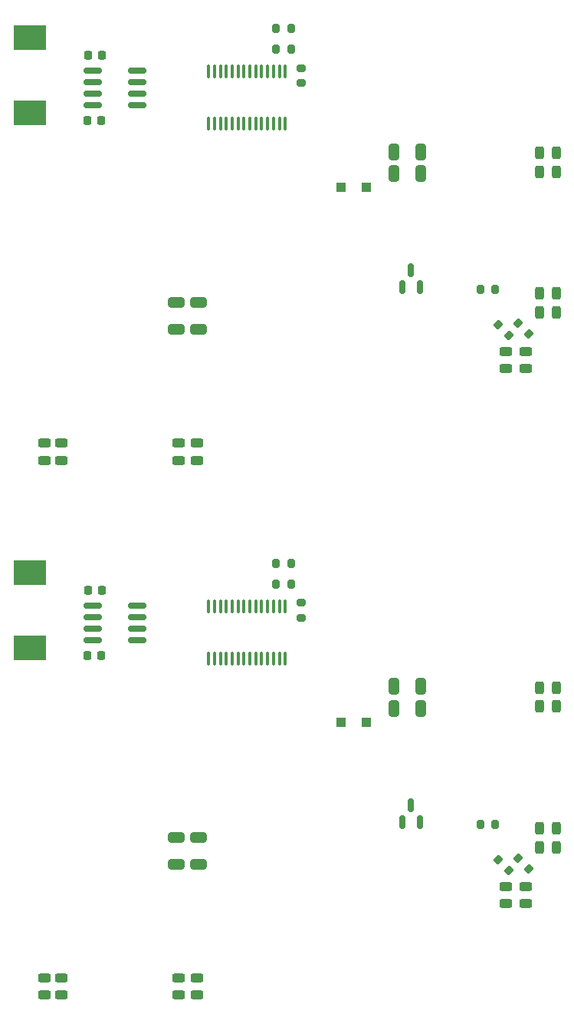
<source format=gtp>
%TF.GenerationSoftware,KiCad,Pcbnew,6.0.11+dfsg-1*%
%TF.CreationDate,2024-03-16T14:36:40+00:00*%
%TF.ProjectId,panel,70616e65-6c2e-46b6-9963-61645f706362,rev?*%
%TF.SameCoordinates,Original*%
%TF.FileFunction,Paste,Top*%
%TF.FilePolarity,Positive*%
%FSLAX46Y46*%
G04 Gerber Fmt 4.6, Leading zero omitted, Abs format (unit mm)*
G04 Created by KiCad (PCBNEW 6.0.11+dfsg-1) date 2024-03-16 14:36:40*
%MOMM*%
%LPD*%
G01*
G04 APERTURE LIST*
G04 Aperture macros list*
%AMRoundRect*
0 Rectangle with rounded corners*
0 $1 Rounding radius*
0 $2 $3 $4 $5 $6 $7 $8 $9 X,Y pos of 4 corners*
0 Add a 4 corners polygon primitive as box body*
4,1,4,$2,$3,$4,$5,$6,$7,$8,$9,$2,$3,0*
0 Add four circle primitives for the rounded corners*
1,1,$1+$1,$2,$3*
1,1,$1+$1,$4,$5*
1,1,$1+$1,$6,$7*
1,1,$1+$1,$8,$9*
0 Add four rect primitives between the rounded corners*
20,1,$1+$1,$2,$3,$4,$5,0*
20,1,$1+$1,$4,$5,$6,$7,0*
20,1,$1+$1,$6,$7,$8,$9,0*
20,1,$1+$1,$8,$9,$2,$3,0*%
G04 Aperture macros list end*
%ADD10RoundRect,0.243750X0.456250X-0.243750X0.456250X0.243750X-0.456250X0.243750X-0.456250X-0.243750X0*%
%ADD11RoundRect,0.200000X0.275000X-0.200000X0.275000X0.200000X-0.275000X0.200000X-0.275000X-0.200000X0*%
%ADD12RoundRect,0.200000X0.335876X0.053033X0.053033X0.335876X-0.335876X-0.053033X-0.053033X-0.335876X0*%
%ADD13RoundRect,0.200000X-0.200000X-0.275000X0.200000X-0.275000X0.200000X0.275000X-0.200000X0.275000X0*%
%ADD14R,1.100000X1.100000*%
%ADD15RoundRect,0.243750X0.243750X0.456250X-0.243750X0.456250X-0.243750X-0.456250X0.243750X-0.456250X0*%
%ADD16R,3.600000X2.700000*%
%ADD17RoundRect,0.225000X-0.225000X-0.250000X0.225000X-0.250000X0.225000X0.250000X-0.225000X0.250000X0*%
%ADD18RoundRect,0.150000X0.150000X-0.587500X0.150000X0.587500X-0.150000X0.587500X-0.150000X-0.587500X0*%
%ADD19RoundRect,0.250000X-0.325000X-0.650000X0.325000X-0.650000X0.325000X0.650000X-0.325000X0.650000X0*%
%ADD20RoundRect,0.150000X-0.825000X-0.150000X0.825000X-0.150000X0.825000X0.150000X-0.825000X0.150000X0*%
%ADD21RoundRect,0.250000X-0.650000X0.325000X-0.650000X-0.325000X0.650000X-0.325000X0.650000X0.325000X0*%
%ADD22RoundRect,0.100000X0.100000X-0.637500X0.100000X0.637500X-0.100000X0.637500X-0.100000X-0.637500X0*%
G04 APERTURE END LIST*
D10*
%TO.C,D29*%
X123600000Y-141837500D03*
X123600000Y-139962500D03*
%TD*%
D11*
%TO.C,R28*%
X152000000Y-100225000D03*
X152000000Y-98575000D03*
%TD*%
D12*
%TO.C,R23*%
X177083363Y-127883363D03*
X175916637Y-126716637D03*
%TD*%
D10*
%TO.C,D29*%
X123600000Y-82837500D03*
X123600000Y-80962500D03*
%TD*%
D13*
%TO.C,R12*%
X171775000Y-123000000D03*
X173425000Y-123000000D03*
%TD*%
D14*
%TO.C,D15*%
X156400000Y-111700000D03*
X159200000Y-111700000D03*
%TD*%
D15*
%TO.C,D30*%
X180137500Y-125500000D03*
X178262500Y-125500000D03*
%TD*%
%TO.C,D37*%
X180137500Y-110000000D03*
X178262500Y-110000000D03*
%TD*%
D12*
%TO.C,R1*%
X174883363Y-128083363D03*
X173716637Y-126916637D03*
%TD*%
D16*
%TO.C,L1*%
X122000000Y-103550000D03*
X122000000Y-95250000D03*
%TD*%
D17*
%TO.C,C6*%
X128425000Y-38200000D03*
X129975000Y-38200000D03*
%TD*%
D13*
%TO.C,R39*%
X149175000Y-37500000D03*
X150825000Y-37500000D03*
%TD*%
D12*
%TO.C,R1*%
X174883363Y-69083363D03*
X173716637Y-67916637D03*
%TD*%
D15*
%TO.C,D5*%
X180137500Y-64400000D03*
X178262500Y-64400000D03*
%TD*%
D17*
%TO.C,C9*%
X128325000Y-104400000D03*
X129875000Y-104400000D03*
%TD*%
D10*
%TO.C,D4*%
X125500000Y-141837500D03*
X125500000Y-139962500D03*
%TD*%
D13*
%TO.C,R39*%
X149175000Y-96500000D03*
X150825000Y-96500000D03*
%TD*%
D18*
%TO.C,Q5*%
X163150000Y-63737500D03*
X165050000Y-63737500D03*
X164100000Y-61862500D03*
%TD*%
D11*
%TO.C,R28*%
X152000000Y-41225000D03*
X152000000Y-39575000D03*
%TD*%
D13*
%TO.C,R12*%
X171775000Y-64000000D03*
X173425000Y-64000000D03*
%TD*%
D10*
%TO.C,D31*%
X138400000Y-82837500D03*
X138400000Y-80962500D03*
%TD*%
D13*
%TO.C,R40*%
X149175000Y-94200000D03*
X150825000Y-94200000D03*
%TD*%
D19*
%TO.C,C16*%
X162225000Y-51200000D03*
X165175000Y-51200000D03*
%TD*%
D20*
%TO.C,U1*%
X128925000Y-98895000D03*
X128925000Y-100165000D03*
X128925000Y-101435000D03*
X128925000Y-102705000D03*
X133875000Y-102705000D03*
X133875000Y-101435000D03*
X133875000Y-100165000D03*
X133875000Y-98895000D03*
%TD*%
D10*
%TO.C,D31*%
X138400000Y-141837500D03*
X138400000Y-139962500D03*
%TD*%
%TO.C,D19*%
X140450000Y-82837500D03*
X140450000Y-80962500D03*
%TD*%
D19*
%TO.C,C15*%
X162225000Y-48800000D03*
X165175000Y-48800000D03*
%TD*%
D16*
%TO.C,L1*%
X122000000Y-44550000D03*
X122000000Y-36250000D03*
%TD*%
D12*
%TO.C,R23*%
X177083363Y-68883363D03*
X175916637Y-67716637D03*
%TD*%
D15*
%TO.C,D20*%
X180137500Y-107900000D03*
X178262500Y-107900000D03*
%TD*%
D17*
%TO.C,C6*%
X128425000Y-97200000D03*
X129975000Y-97200000D03*
%TD*%
D19*
%TO.C,C15*%
X162225000Y-107800000D03*
X165175000Y-107800000D03*
%TD*%
D10*
%TO.C,D4*%
X125500000Y-82837500D03*
X125500000Y-80962500D03*
%TD*%
D21*
%TO.C,C11*%
X140600000Y-124425000D03*
X140600000Y-127375000D03*
%TD*%
D18*
%TO.C,Q5*%
X163150000Y-122737500D03*
X165050000Y-122737500D03*
X164100000Y-120862500D03*
%TD*%
D15*
%TO.C,D37*%
X180137500Y-51000000D03*
X178262500Y-51000000D03*
%TD*%
D10*
%TO.C,D1*%
X174600000Y-131737500D03*
X174600000Y-129862500D03*
%TD*%
%TO.C,D38*%
X176800000Y-72737500D03*
X176800000Y-70862500D03*
%TD*%
D15*
%TO.C,D30*%
X180137500Y-66500000D03*
X178262500Y-66500000D03*
%TD*%
D17*
%TO.C,C9*%
X128325000Y-45400000D03*
X129875000Y-45400000D03*
%TD*%
D21*
%TO.C,C3*%
X138200000Y-124425000D03*
X138200000Y-127375000D03*
%TD*%
D14*
%TO.C,D15*%
X156400000Y-52700000D03*
X159200000Y-52700000D03*
%TD*%
D20*
%TO.C,U1*%
X128925000Y-39895000D03*
X128925000Y-41165000D03*
X128925000Y-42435000D03*
X128925000Y-43705000D03*
X133875000Y-43705000D03*
X133875000Y-42435000D03*
X133875000Y-41165000D03*
X133875000Y-39895000D03*
%TD*%
D21*
%TO.C,C11*%
X140600000Y-65425000D03*
X140600000Y-68375000D03*
%TD*%
%TO.C,C3*%
X138200000Y-65425000D03*
X138200000Y-68375000D03*
%TD*%
D10*
%TO.C,D38*%
X176800000Y-131737500D03*
X176800000Y-129862500D03*
%TD*%
D22*
%TO.C,U2*%
X141750000Y-45687500D03*
X142400000Y-45687500D03*
X143050000Y-45687500D03*
X143700000Y-45687500D03*
X144350000Y-45687500D03*
X145000000Y-45687500D03*
X145650000Y-45687500D03*
X146300000Y-45687500D03*
X146950000Y-45687500D03*
X147600000Y-45687500D03*
X148250000Y-45687500D03*
X148900000Y-45687500D03*
X149550000Y-45687500D03*
X150200000Y-45687500D03*
X150200000Y-39962500D03*
X149550000Y-39962500D03*
X148900000Y-39962500D03*
X148250000Y-39962500D03*
X147600000Y-39962500D03*
X146950000Y-39962500D03*
X146300000Y-39962500D03*
X145650000Y-39962500D03*
X145000000Y-39962500D03*
X144350000Y-39962500D03*
X143700000Y-39962500D03*
X143050000Y-39962500D03*
X142400000Y-39962500D03*
X141750000Y-39962500D03*
%TD*%
D10*
%TO.C,D19*%
X140450000Y-141837500D03*
X140450000Y-139962500D03*
%TD*%
D19*
%TO.C,C16*%
X162225000Y-110200000D03*
X165175000Y-110200000D03*
%TD*%
D15*
%TO.C,D5*%
X180137500Y-123400000D03*
X178262500Y-123400000D03*
%TD*%
D10*
%TO.C,D1*%
X174600000Y-72737500D03*
X174600000Y-70862500D03*
%TD*%
D15*
%TO.C,D20*%
X180137500Y-48900000D03*
X178262500Y-48900000D03*
%TD*%
D22*
%TO.C,U2*%
X141750000Y-104687500D03*
X142400000Y-104687500D03*
X143050000Y-104687500D03*
X143700000Y-104687500D03*
X144350000Y-104687500D03*
X145000000Y-104687500D03*
X145650000Y-104687500D03*
X146300000Y-104687500D03*
X146950000Y-104687500D03*
X147600000Y-104687500D03*
X148250000Y-104687500D03*
X148900000Y-104687500D03*
X149550000Y-104687500D03*
X150200000Y-104687500D03*
X150200000Y-98962500D03*
X149550000Y-98962500D03*
X148900000Y-98962500D03*
X148250000Y-98962500D03*
X147600000Y-98962500D03*
X146950000Y-98962500D03*
X146300000Y-98962500D03*
X145650000Y-98962500D03*
X145000000Y-98962500D03*
X144350000Y-98962500D03*
X143700000Y-98962500D03*
X143050000Y-98962500D03*
X142400000Y-98962500D03*
X141750000Y-98962500D03*
%TD*%
D13*
%TO.C,R40*%
X149175000Y-35200000D03*
X150825000Y-35200000D03*
%TD*%
M02*

</source>
